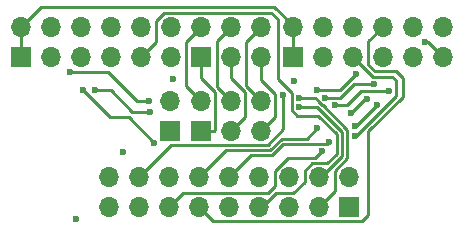
<source format=gtl>
G04 #@! TF.GenerationSoftware,KiCad,Pcbnew,7.0.6+dfsg-1*
G04 #@! TF.CreationDate,2023-08-24T12:50:21+02:00*
G04 #@! TF.ProjectId,OV7670,4f563736-3730-42e6-9b69-6361645f7063,v1.2*
G04 #@! TF.SameCoordinates,Original*
G04 #@! TF.FileFunction,Copper,L1,Top*
G04 #@! TF.FilePolarity,Positive*
%FSLAX46Y46*%
G04 Gerber Fmt 4.6, Leading zero omitted, Abs format (unit mm)*
G04 Created by KiCad (PCBNEW 7.0.6+dfsg-1) date 2023-08-24 12:50:21*
%MOMM*%
%LPD*%
G01*
G04 APERTURE LIST*
G04 #@! TA.AperFunction,ComponentPad*
%ADD10R,1.700000X1.700000*%
G04 #@! TD*
G04 #@! TA.AperFunction,ComponentPad*
%ADD11O,1.700000X1.700000*%
G04 #@! TD*
G04 #@! TA.AperFunction,ViaPad*
%ADD12C,0.600000*%
G04 #@! TD*
G04 #@! TA.AperFunction,Conductor*
%ADD13C,0.250000*%
G04 #@! TD*
G04 APERTURE END LIST*
D10*
X57550000Y-35510000D03*
D11*
X57550000Y-32970000D03*
X60090000Y-35510000D03*
X60090000Y-32970000D03*
X62630000Y-35510000D03*
X62630000Y-32970000D03*
X65170000Y-35510000D03*
X65170000Y-32970000D03*
X67710000Y-35510000D03*
X67710000Y-32970000D03*
X70250000Y-35510000D03*
X70250000Y-32970000D03*
D10*
X80550000Y-35510000D03*
D11*
X80550000Y-32970000D03*
X83090000Y-35510000D03*
X83090000Y-32970000D03*
X85630000Y-35510000D03*
X85630000Y-32970000D03*
X88170000Y-35510000D03*
X88170000Y-32970000D03*
X90710000Y-35510000D03*
X90710000Y-32970000D03*
X93250000Y-35510000D03*
X93250000Y-32970000D03*
D10*
X72800000Y-35510000D03*
D11*
X72800000Y-32970000D03*
X75340000Y-35510000D03*
X75340000Y-32970000D03*
X77880000Y-35510000D03*
X77880000Y-32970000D03*
D10*
X72800000Y-41760000D03*
D11*
X72800000Y-39220000D03*
X75340000Y-41760000D03*
X75340000Y-39220000D03*
X77880000Y-41760000D03*
X77880000Y-39220000D03*
D10*
X70150000Y-41760000D03*
D11*
X70150000Y-39220000D03*
D10*
X85300000Y-48234000D03*
D11*
X85300000Y-45694000D03*
X82760000Y-48234000D03*
X82760000Y-45694000D03*
X80220000Y-48234000D03*
X80220000Y-45694000D03*
X77680000Y-48234000D03*
X77680000Y-45694000D03*
X75140000Y-48234000D03*
X75140000Y-45694000D03*
X72600000Y-48234000D03*
X72600000Y-45694000D03*
X70060000Y-48234000D03*
X70060000Y-45694000D03*
X67520000Y-48234000D03*
X67520000Y-45694000D03*
X64980000Y-48234000D03*
X64980000Y-45694000D03*
D12*
X61650000Y-36760000D03*
X68377707Y-39220000D03*
X66150000Y-43560000D03*
X62157707Y-49214988D03*
X70450000Y-37360000D03*
X80650000Y-37560000D03*
X68816347Y-42776348D03*
X62812000Y-38328000D03*
X81092207Y-39752003D03*
X68478348Y-40184347D03*
X63828000Y-38328000D03*
X81092207Y-38952500D03*
X83633207Y-42734988D03*
X85850523Y-42222585D03*
X85461118Y-40241577D03*
X86837806Y-39060685D03*
X82609296Y-41526577D03*
X87462306Y-37811685D03*
X83307707Y-38953010D03*
X82997707Y-43509488D03*
X87658633Y-39565352D03*
X85850523Y-41325633D03*
X79757707Y-38734988D03*
X82618132Y-38327018D03*
X85917707Y-36974988D03*
X91768000Y-34264000D03*
X88673207Y-38433635D03*
X84149769Y-39600437D03*
D13*
X78465001Y-47058999D02*
X71235001Y-47058999D01*
X79044999Y-46479001D02*
X78465001Y-47058999D01*
X79044999Y-45129999D02*
X79044999Y-46479001D01*
X82453173Y-44054022D02*
X80120976Y-44054022D01*
X80120976Y-44054022D02*
X79044999Y-45129999D01*
X82997707Y-43509488D02*
X82453173Y-44054022D01*
X71235001Y-47058999D02*
X70060000Y-48234000D01*
X79766836Y-42884988D02*
X78816801Y-43835023D01*
X76998977Y-43835023D02*
X75140000Y-45694000D01*
X83633207Y-42734988D02*
X83483207Y-42884988D01*
X83483207Y-42884988D02*
X79766836Y-42884988D01*
X78816801Y-43835023D02*
X76998977Y-43835023D01*
X84257707Y-43724469D02*
X84257707Y-42037780D01*
X83463177Y-44518999D02*
X84257707Y-43724469D01*
X84257707Y-42037780D02*
X82697937Y-40478010D01*
X79101411Y-47058999D02*
X80594003Y-47058999D01*
X82195999Y-44518999D02*
X83463177Y-44518999D01*
X77926410Y-48234000D02*
X79101411Y-47058999D01*
X81584999Y-45129999D02*
X82195999Y-44518999D01*
X81584999Y-46068003D02*
X81584999Y-45129999D01*
X80934330Y-40478010D02*
X80467707Y-40011387D01*
X80594003Y-47058999D02*
X81584999Y-46068003D01*
X80467707Y-40011387D02*
X80467707Y-38548703D01*
X82697937Y-40478010D02*
X80934330Y-40478010D01*
X77680000Y-48234000D02*
X77926410Y-48234000D01*
X78738603Y-31794999D02*
X69685999Y-31794999D01*
X80467707Y-38548703D02*
X79277707Y-37358703D01*
X79277707Y-37358703D02*
X79277707Y-32334103D01*
X79277707Y-32334103D02*
X78738603Y-31794999D01*
X69685999Y-31794999D02*
X68997707Y-32483291D01*
X68997707Y-32483291D02*
X68997707Y-34222293D01*
X68997707Y-34222293D02*
X67710000Y-35510000D01*
X81092207Y-39752003D02*
X82586420Y-39752003D01*
X82586420Y-39752003D02*
X82862427Y-40028010D01*
X82862427Y-40028010D02*
X82884333Y-40028010D01*
X84707707Y-43910880D02*
X82924587Y-45694000D01*
X82884333Y-40028010D02*
X84707707Y-41851384D01*
X84707707Y-41851384D02*
X84707707Y-43910880D01*
X82924587Y-45694000D02*
X82760000Y-45694000D01*
X81092207Y-38952500D02*
X82445219Y-38952500D01*
X82445219Y-38952500D02*
X82682707Y-39189988D01*
X82682707Y-39211894D02*
X83048823Y-39578010D01*
X82682707Y-39189988D02*
X82682707Y-39211894D01*
X85157707Y-44097291D02*
X84124999Y-45129999D01*
X83048823Y-39578010D02*
X83070729Y-39578010D01*
X83070729Y-39578010D02*
X85157707Y-41664988D01*
X85157707Y-41664988D02*
X85157707Y-44097291D01*
X84124999Y-45129999D02*
X84124999Y-46869001D01*
X84124999Y-46869001D02*
X82760000Y-48234000D01*
X82609296Y-41526577D02*
X81719167Y-42416706D01*
X81719167Y-42416706D02*
X79598707Y-42416706D01*
X79598707Y-42416706D02*
X78630401Y-43385012D01*
X78630401Y-43385012D02*
X74908988Y-43385012D01*
X74908988Y-43385012D02*
X72600000Y-45694000D01*
X57550000Y-32970000D02*
X59246009Y-31273991D01*
X59246009Y-31273991D02*
X79000401Y-31273991D01*
X79000401Y-31273991D02*
X80550000Y-32823590D01*
X80550000Y-32823590D02*
X80550000Y-32970000D01*
X77880000Y-32970000D02*
X76607707Y-34242293D01*
X76607707Y-34242293D02*
X76607707Y-37947707D01*
X76607707Y-37947707D02*
X77880000Y-39220000D01*
X72800000Y-32970000D02*
X71527707Y-34242293D01*
X71527707Y-34242293D02*
X71527707Y-37947707D01*
X71527707Y-37947707D02*
X72800000Y-39220000D01*
X68478348Y-40184347D02*
X68458001Y-40164000D01*
X68458001Y-40164000D02*
X66976719Y-40164000D01*
X66976719Y-40164000D02*
X65140719Y-38328000D01*
X65140719Y-38328000D02*
X63828000Y-38328000D01*
X68816347Y-42776348D02*
X66653999Y-40614000D01*
X65098000Y-40614000D02*
X62812000Y-38328000D01*
X66653999Y-40614000D02*
X65098000Y-40614000D01*
X68377707Y-39220000D02*
X67333976Y-39220000D01*
X67333976Y-39220000D02*
X64873976Y-36760000D01*
X64873976Y-36760000D02*
X61650000Y-36760000D01*
X85461118Y-40241577D02*
X86642010Y-39060685D01*
X86642010Y-39060685D02*
X86837806Y-39060685D01*
X85898352Y-41325633D02*
X87658633Y-39565352D01*
X85850523Y-41325633D02*
X85898352Y-41325633D01*
X87306183Y-37186183D02*
X85630000Y-35510000D01*
X85850523Y-42222585D02*
X85885305Y-42222585D01*
X89297707Y-38810183D02*
X89297707Y-37504988D01*
X85885305Y-42222585D02*
X89297707Y-38810183D01*
X89297707Y-37504988D02*
X88978902Y-37186183D01*
X88978902Y-37186183D02*
X87306183Y-37186183D01*
X84576081Y-38953010D02*
X83307707Y-38953010D01*
X87462306Y-37811685D02*
X85717406Y-37811685D01*
X85717406Y-37811685D02*
X84576081Y-38953010D01*
X85917707Y-36974988D02*
X84565677Y-38327018D01*
X84565677Y-38327018D02*
X82618132Y-38327018D01*
X88673207Y-38433635D02*
X88670657Y-38436185D01*
X88670657Y-38436185D02*
X86328637Y-38436185D01*
X86328637Y-38436185D02*
X85164385Y-39600437D01*
X85164385Y-39600437D02*
X84149769Y-39600437D01*
X72600000Y-48234000D02*
X73775001Y-49409001D01*
X73775001Y-49409001D02*
X86410001Y-49409001D01*
X86410001Y-49409001D02*
X86942000Y-48877002D01*
X86942000Y-48877002D02*
X86942000Y-41802301D01*
X86942000Y-34198000D02*
X88170000Y-32970000D01*
X86942000Y-41802301D02*
X89877707Y-38866594D01*
X89877707Y-38866594D02*
X89877707Y-37284988D01*
X89877707Y-37284988D02*
X89328891Y-36736172D01*
X89328891Y-36736172D02*
X87496126Y-36736172D01*
X87496126Y-36736172D02*
X86942000Y-36182046D01*
X86942000Y-36182046D02*
X86942000Y-34198000D01*
X79757707Y-41621295D02*
X78444001Y-42935001D01*
X79757707Y-38734988D02*
X79757707Y-41621295D01*
X78444001Y-42935001D02*
X70278999Y-42935001D01*
X70278999Y-42935001D02*
X67520000Y-45694000D01*
X57550000Y-35510000D02*
X57550000Y-32970000D01*
X80550000Y-34172081D02*
X80550000Y-35510000D01*
X80550000Y-32970000D02*
X80550000Y-34172081D01*
X92004000Y-34264000D02*
X93250000Y-35510000D01*
X91768000Y-34264000D02*
X92004000Y-34264000D01*
X73975001Y-41684999D02*
X73900000Y-41760000D01*
X73900000Y-41760000D02*
X72800000Y-41760000D01*
X72800000Y-37316411D02*
X73975001Y-38491412D01*
X73975001Y-38491412D02*
X73975001Y-41684999D01*
X72800000Y-35510000D02*
X72800000Y-37316411D01*
X75340000Y-35510000D02*
X75340000Y-37316411D01*
X76189999Y-40910001D02*
X75340000Y-41760000D01*
X76515001Y-40584999D02*
X76189999Y-40910001D01*
X75340000Y-37316411D02*
X76515001Y-38491412D01*
X76515001Y-38491412D02*
X76515001Y-40584999D01*
X74164999Y-38044999D02*
X74490001Y-38370001D01*
X74164999Y-34145001D02*
X74164999Y-38044999D01*
X75340000Y-32970000D02*
X74164999Y-34145001D01*
X74490001Y-38370001D02*
X75340000Y-39220000D01*
X78729999Y-40910001D02*
X77880000Y-41760000D01*
X79055001Y-40584999D02*
X78729999Y-40910001D01*
X77880000Y-35510000D02*
X77880000Y-37480997D01*
X77880000Y-37480997D02*
X79055001Y-38655998D01*
X79055001Y-38655998D02*
X79055001Y-40584999D01*
M02*

</source>
